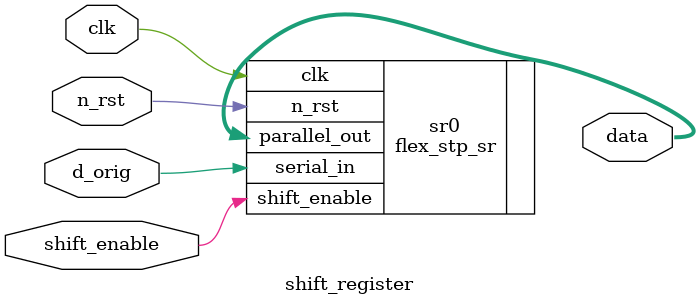
<source format=sv>

module shift_register
(   
    input logic clk, n_rst, d_orig, shift_enable,
    output logic [7:0] data
);

    flex_stp_sr #(.NUM_BITS(8), .SHIFT_MSB(0)) sr0 ( .clk(clk), .n_rst(n_rst), .shift_enable(shift_enable),
                                                    .serial_in(d_orig), .parallel_out(data));




endmodule
</source>
